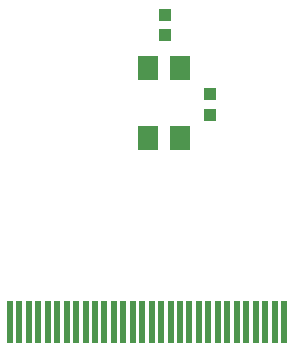
<source format=gbp>
%FSLAX24Y24*%
%MOIN*%
G70*
G01*
G75*
G04 Layer_Color=128*
%ADD10C,0.0140*%
%ADD11C,0.0060*%
%ADD12C,0.0100*%
%ADD13C,0.0160*%
G04:AMPARAMS|DCode=14|XSize=39.4mil|YSize=43.3mil|CornerRadius=0mil|HoleSize=0mil|Usage=FLASHONLY|Rotation=45.000|XOffset=0mil|YOffset=0mil|HoleType=Round|Shape=Rectangle|*
%AMROTATEDRECTD14*
4,1,4,0.0014,-0.0292,-0.0292,0.0014,-0.0014,0.0292,0.0292,-0.0014,0.0014,-0.0292,0.0*
%
%ADD14ROTATEDRECTD14*%

%ADD15R,0.0433X0.0394*%
%ADD16R,0.0394X0.0433*%
G04:AMPARAMS|DCode=17|XSize=31.5mil|YSize=74.8mil|CornerRadius=0mil|HoleSize=0mil|Usage=FLASHONLY|Rotation=45.000|XOffset=0mil|YOffset=0mil|HoleType=Round|Shape=Round|*
%AMOVALD17*
21,1,0.0433,0.0315,0.0000,0.0000,135.0*
1,1,0.0315,0.0153,-0.0153*
1,1,0.0315,-0.0153,0.0153*
%
%ADD17OVALD17*%

G04:AMPARAMS|DCode=18|XSize=31.5mil|YSize=74.8mil|CornerRadius=0mil|HoleSize=0mil|Usage=FLASHONLY|Rotation=135.000|XOffset=0mil|YOffset=0mil|HoleType=Round|Shape=Round|*
%AMOVALD18*
21,1,0.0433,0.0315,0.0000,0.0000,225.0*
1,1,0.0315,0.0153,0.0153*
1,1,0.0315,-0.0153,-0.0153*
%
%ADD18OVALD18*%

%ADD19R,0.0400X0.1000*%
%ADD20R,0.0197X0.1417*%
%ADD21R,0.0571X0.0276*%
%ADD22C,0.0460*%
%ADD23R,0.0500X0.0500*%
%ADD24C,0.0500*%
%ADD25C,0.0530*%
%ADD26R,0.0530X0.0530*%
%ADD27C,0.0240*%
%ADD28C,0.1500*%
%ADD29C,0.0400*%
%ADD30C,0.0400*%
G04:AMPARAMS|DCode=31|XSize=69mil|YSize=69mil|CornerRadius=0mil|HoleSize=0mil|Usage=FLASHONLY|Rotation=0.000|XOffset=0mil|YOffset=0mil|HoleType=Round|Shape=Relief|Width=8mil|Gap=10mil|Entries=4|*
%AMTHD31*
7,0,0,0.0690,0.0490,0.0080,45*
%
%ADD31THD31*%
%ADD32C,0.0570*%
G04:AMPARAMS|DCode=33|XSize=72.992mil|YSize=72.992mil|CornerRadius=0mil|HoleSize=0mil|Usage=FLASHONLY|Rotation=0.000|XOffset=0mil|YOffset=0mil|HoleType=Round|Shape=Relief|Width=8mil|Gap=10mil|Entries=4|*
%AMTHD33*
7,0,0,0.0730,0.0530,0.0080,45*
%
%ADD33THD33*%
%ADD34C,0.0594*%
G04:AMPARAMS|DCode=35|XSize=75.433mil|YSize=75.433mil|CornerRadius=0mil|HoleSize=0mil|Usage=FLASHONLY|Rotation=0.000|XOffset=0mil|YOffset=0mil|HoleType=Round|Shape=Relief|Width=8mil|Gap=10mil|Entries=4|*
%AMTHD35*
7,0,0,0.0754,0.0554,0.0080,45*
%
%ADD35THD35*%
%ADD36C,0.0320*%
%ADD37C,0.0440*%
%ADD38R,0.0669X0.0827*%
%ADD39C,0.0098*%
%ADD40C,0.0197*%
%ADD41C,0.0010*%
%ADD42C,0.0018*%
%ADD43C,0.0020*%
%ADD44C,0.0002*%
%ADD45C,0.0079*%
%ADD46C,0.0060*%
%ADD47R,0.0257X0.1477*%
%ADD48C,0.0520*%
%ADD49C,0.1560*%
%ADD50R,0.0729X0.0887*%
D16*
X7450Y4385D02*
D03*
Y3715D02*
D03*
X5950Y7035D02*
D03*
Y6365D02*
D03*
D20*
X3933Y-3213D02*
D03*
X3618D02*
D03*
X2988D02*
D03*
X3303D02*
D03*
X2358D02*
D03*
X2673D02*
D03*
X5822D02*
D03*
X5507D02*
D03*
X4878D02*
D03*
X5193D02*
D03*
X4248D02*
D03*
X4563D02*
D03*
X7712D02*
D03*
X7397D02*
D03*
X6767D02*
D03*
X7082D02*
D03*
X6137D02*
D03*
X6452D02*
D03*
X8027D02*
D03*
X8657D02*
D03*
X8342D02*
D03*
X9287D02*
D03*
X8972D02*
D03*
X9602D02*
D03*
X9917D02*
D03*
X2043D02*
D03*
X1413D02*
D03*
X1728D02*
D03*
X783D02*
D03*
X1098D02*
D03*
D38*
X5400Y5250D02*
D03*
Y2927D02*
D03*
X6463Y5250D02*
D03*
Y2927D02*
D03*
M02*

</source>
